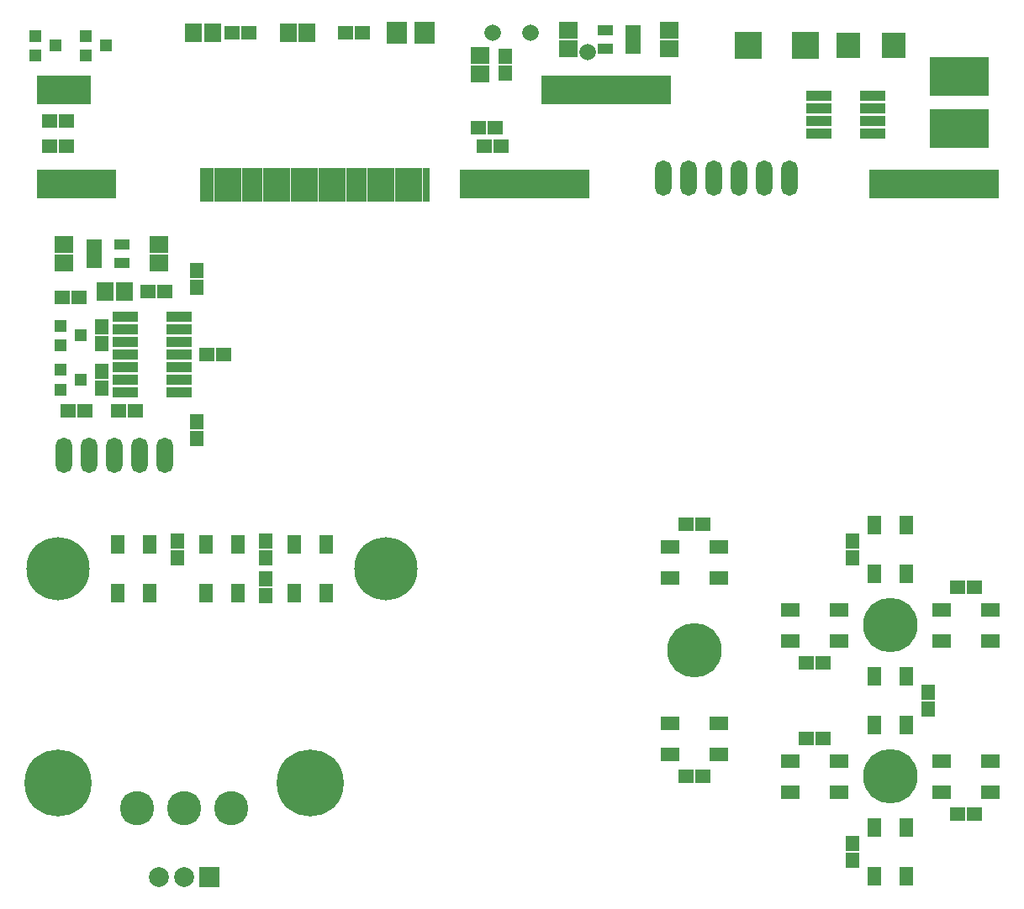
<source format=gts>
G04 #@! TF.GenerationSoftware,KiCad,Pcbnew,5.0.0-fee4fd1~65~ubuntu17.10.1*
G04 #@! TF.CreationDate,2018-10-29T15:09:50-04:00*
G04 #@! TF.ProjectId,panel,70616E656C2E6B696361645F70636200,A*
G04 #@! TF.SameCoordinates,Original*
G04 #@! TF.FileFunction,Soldermask,Top*
G04 #@! TF.FilePolarity,Negative*
%FSLAX46Y46*%
G04 Gerber Fmt 4.6, Leading zero omitted, Abs format (unit mm)*
G04 Created by KiCad (PCBNEW 5.0.0-fee4fd1~65~ubuntu17.10.1) date Mon Oct 29 15:09:50 2018*
%MOMM*%
%LPD*%
G01*
G04 APERTURE LIST*
%ADD10R,1.600000X1.050000*%
%ADD11R,1.400000X1.500000*%
%ADD12R,1.700000X1.900000*%
%ADD13R,1.500000X1.400000*%
%ADD14R,1.900000X1.700000*%
%ADD15O,1.670000X3.575000*%
%ADD16R,2.600000X1.000000*%
%ADD17R,1.300000X1.200000*%
%ADD18C,6.750000*%
%ADD19R,2.000000X2.000000*%
%ADD20C,2.000000*%
%ADD21C,3.448000*%
%ADD22R,1.900000X1.400000*%
%ADD23R,1.400000X1.900000*%
%ADD24C,5.480000*%
%ADD25C,1.670000*%
%ADD26R,13.100000X2.940000*%
%ADD27R,0.800000X3.400000*%
%ADD28R,8.020000X2.940000*%
%ADD29R,5.900000X3.900000*%
%ADD30R,2.000000X2.200000*%
%ADD31R,2.800000X2.800000*%
%ADD32R,2.432000X2.584400*%
%ADD33R,5.480000X2.940000*%
%ADD34C,6.369000*%
G04 APERTURE END LIST*
D10*
G04 #@! TO.C,U2*
X92580000Y-82870000D03*
X92580000Y-83820000D03*
X92580000Y-84770000D03*
X95380000Y-84770000D03*
X95380000Y-82870000D03*
G04 #@! TD*
D11*
G04 #@! TO.C,R7*
X93345000Y-92925000D03*
X93345000Y-91225000D03*
G04 #@! TD*
D12*
G04 #@! TO.C,C1*
X95565000Y-87630000D03*
X93665000Y-87630000D03*
G04 #@! TD*
D13*
G04 #@! TO.C,C2*
X97995000Y-87630000D03*
X99695000Y-87630000D03*
G04 #@! TD*
D14*
G04 #@! TO.C,C3*
X89535000Y-84770000D03*
X89535000Y-82870000D03*
G04 #@! TD*
G04 #@! TO.C,C4*
X99060000Y-84770000D03*
X99060000Y-82870000D03*
G04 #@! TD*
D15*
G04 #@! TO.C,J1*
X89535000Y-104140000D03*
X92075000Y-104140000D03*
X94615000Y-104140000D03*
X99695000Y-104140000D03*
X97155000Y-104140000D03*
G04 #@! TD*
D13*
G04 #@! TO.C,R1*
X89320000Y-88265000D03*
X91020000Y-88265000D03*
G04 #@! TD*
G04 #@! TO.C,R2*
X95035000Y-99695000D03*
X96735000Y-99695000D03*
G04 #@! TD*
G04 #@! TO.C,R3*
X89955000Y-99695000D03*
X91655000Y-99695000D03*
G04 #@! TD*
G04 #@! TO.C,R4*
X103925000Y-93980000D03*
X105625000Y-93980000D03*
G04 #@! TD*
D11*
G04 #@! TO.C,R5*
X102870000Y-100750000D03*
X102870000Y-102450000D03*
G04 #@! TD*
G04 #@! TO.C,R6*
X102870000Y-87210000D03*
X102870000Y-85510000D03*
G04 #@! TD*
G04 #@! TO.C,R8*
X93345000Y-97370000D03*
X93345000Y-95670000D03*
G04 #@! TD*
D16*
G04 #@! TO.C,U1*
X95725000Y-91440000D03*
X101125000Y-91440000D03*
X95725000Y-90170000D03*
X95725000Y-92710000D03*
X95725000Y-93980000D03*
X101125000Y-90170000D03*
X101125000Y-92710000D03*
X101125000Y-93980000D03*
X95725000Y-95250000D03*
X95725000Y-96520000D03*
X95725000Y-97790000D03*
X101125000Y-95250000D03*
X101125000Y-96520000D03*
X101125000Y-97790000D03*
G04 #@! TD*
D17*
G04 #@! TO.C,Q1*
X89170000Y-91075000D03*
X89170000Y-93075000D03*
X91170000Y-92075000D03*
G04 #@! TD*
G04 #@! TO.C,Q2*
X89170000Y-95520000D03*
X89170000Y-97520000D03*
X91170000Y-96520000D03*
G04 #@! TD*
D18*
G04 #@! TO.C,H1*
X114300000Y-137160000D03*
G04 #@! TD*
G04 #@! TO.C,H2*
X88900000Y-137160000D03*
G04 #@! TD*
D19*
G04 #@! TO.C,J1*
X104140000Y-146685000D03*
D20*
X101600000Y-146685000D03*
X99060000Y-146685000D03*
G04 #@! TD*
D21*
G04 #@! TO.C,SW1*
X106349800Y-139700000D03*
X101600000Y-139700000D03*
X96850200Y-139700000D03*
G04 #@! TD*
D22*
G04 #@! TO.C,U3*
X182790000Y-134925000D03*
X177890000Y-134925000D03*
X177890000Y-138125000D03*
X182790000Y-138125000D03*
G04 #@! TD*
D23*
G04 #@! TO.C,U4*
X174320000Y-146595000D03*
X174320000Y-141695000D03*
X171120000Y-141695000D03*
X171120000Y-146595000D03*
G04 #@! TD*
D22*
G04 #@! TO.C,U5*
X162650000Y-138125000D03*
X167550000Y-138125000D03*
X167550000Y-134925000D03*
X162650000Y-134925000D03*
G04 #@! TD*
D24*
G04 #@! TO.C,H2*
X172720000Y-136525000D03*
G04 #@! TD*
D23*
G04 #@! TO.C,U7*
X171120000Y-126455000D03*
X171120000Y-131355000D03*
X174320000Y-131355000D03*
X174320000Y-126455000D03*
G04 #@! TD*
G04 #@! TO.C,U1*
X174320000Y-116115000D03*
X174320000Y-111215000D03*
X171120000Y-111215000D03*
X171120000Y-116115000D03*
G04 #@! TD*
D24*
G04 #@! TO.C,H1*
X172720000Y-121285000D03*
G04 #@! TD*
D22*
G04 #@! TO.C,U2*
X177890000Y-122885000D03*
X182790000Y-122885000D03*
X182790000Y-119685000D03*
X177890000Y-119685000D03*
G04 #@! TD*
G04 #@! TO.C,U6*
X167550000Y-119685000D03*
X162650000Y-119685000D03*
X162650000Y-122885000D03*
X167550000Y-122885000D03*
G04 #@! TD*
D11*
G04 #@! TO.C,C1*
X168910000Y-114515000D03*
X168910000Y-112815000D03*
G04 #@! TD*
D13*
G04 #@! TO.C,C2*
X179490000Y-117475000D03*
X181190000Y-117475000D03*
G04 #@! TD*
G04 #@! TO.C,C3*
X181190000Y-140335000D03*
X179490000Y-140335000D03*
G04 #@! TD*
D11*
G04 #@! TO.C,C4*
X168910000Y-144995000D03*
X168910000Y-143295000D03*
G04 #@! TD*
D13*
G04 #@! TO.C,C5*
X164250000Y-132715000D03*
X165950000Y-132715000D03*
G04 #@! TD*
G04 #@! TO.C,C6*
X165950000Y-125095000D03*
X164250000Y-125095000D03*
G04 #@! TD*
D11*
G04 #@! TO.C,C7*
X176530000Y-128055000D03*
X176530000Y-129755000D03*
G04 #@! TD*
D25*
G04 #@! TO.C,TP2*
X132715000Y-61595000D03*
G04 #@! TD*
G04 #@! TO.C,TP3*
X142240000Y-63500000D03*
G04 #@! TD*
G04 #@! TO.C,TP1*
X136525000Y-61595000D03*
G04 #@! TD*
D26*
G04 #@! TO.C,H3*
X144145000Y-67310000D03*
G04 #@! TD*
D27*
G04 #@! TO.C,U1*
X114070000Y-76877600D03*
X113370000Y-76877600D03*
X112670000Y-76877600D03*
X111970000Y-76877600D03*
X111270000Y-76877600D03*
X110570000Y-76877600D03*
X109870000Y-76877600D03*
X109170000Y-76877600D03*
X108470000Y-76877600D03*
X107770000Y-76877600D03*
X107070000Y-76877600D03*
X106370000Y-76877600D03*
X105670000Y-76877600D03*
X104970000Y-76877600D03*
X104270000Y-76877600D03*
X123870000Y-76877600D03*
X123170000Y-76877600D03*
X122470000Y-76877600D03*
X121770000Y-76877600D03*
X121070000Y-76877600D03*
X120370000Y-76877600D03*
X119670000Y-76877600D03*
X118970000Y-76877600D03*
X118270000Y-76877600D03*
X117570000Y-76877600D03*
X116870000Y-76877600D03*
X116170000Y-76877600D03*
X115470000Y-76877600D03*
X114770000Y-76877600D03*
X124570000Y-76877600D03*
X125270000Y-76877600D03*
X125970000Y-76877600D03*
X103570000Y-76877600D03*
G04 #@! TD*
D26*
G04 #@! TO.C,H1*
X177165000Y-76835000D03*
G04 #@! TD*
G04 #@! TO.C,H2*
X135890000Y-76835000D03*
G04 #@! TD*
D28*
G04 #@! TO.C,H4*
X90805000Y-76835000D03*
G04 #@! TD*
D15*
G04 #@! TO.C,J1*
X149860000Y-76200000D03*
X152400000Y-76200000D03*
X154940000Y-76200000D03*
X157480000Y-76200000D03*
X160020000Y-76200000D03*
X162560000Y-76200000D03*
G04 #@! TD*
D16*
G04 #@! TO.C,U2*
X165575000Y-67945000D03*
X165575000Y-69215000D03*
X165575000Y-71755000D03*
X170975000Y-67945000D03*
X170975000Y-69215000D03*
X170975000Y-71755000D03*
X165575000Y-70485000D03*
X170975000Y-70485000D03*
G04 #@! TD*
D17*
G04 #@! TO.C,Q2*
X88630000Y-62865000D03*
X86630000Y-63865000D03*
X86630000Y-61865000D03*
G04 #@! TD*
D29*
G04 #@! TO.C,L1*
X179705000Y-65980000D03*
X179705000Y-71180000D03*
G04 #@! TD*
D14*
G04 #@! TO.C,C9*
X150495000Y-63180000D03*
X150495000Y-61280000D03*
G04 #@! TD*
G04 #@! TO.C,C10*
X140335000Y-61280000D03*
X140335000Y-63180000D03*
G04 #@! TD*
D17*
G04 #@! TO.C,Q1*
X91710000Y-61865000D03*
X91710000Y-63865000D03*
X93710000Y-62865000D03*
G04 #@! TD*
D10*
G04 #@! TO.C,U4*
X146815000Y-63180000D03*
X146815000Y-62230000D03*
X146815000Y-61280000D03*
X144015000Y-61280000D03*
X144015000Y-63180000D03*
G04 #@! TD*
D12*
G04 #@! TO.C,C1*
X104455000Y-61595000D03*
X102555000Y-61595000D03*
G04 #@! TD*
D30*
G04 #@! TO.C,C2*
X123060000Y-61595000D03*
X125860000Y-61595000D03*
G04 #@! TD*
D13*
G04 #@! TO.C,C3*
X106465000Y-61595000D03*
X108165000Y-61595000D03*
G04 #@! TD*
D14*
G04 #@! TO.C,C4*
X131445000Y-65720000D03*
X131445000Y-63820000D03*
G04 #@! TD*
D12*
G04 #@! TO.C,C5*
X112080000Y-61595000D03*
X113980000Y-61595000D03*
G04 #@! TD*
D11*
G04 #@! TO.C,C6*
X133985000Y-63920000D03*
X133985000Y-65620000D03*
G04 #@! TD*
D31*
G04 #@! TO.C,C7*
X164190000Y-62865000D03*
X158390000Y-62865000D03*
G04 #@! TD*
D32*
G04 #@! TO.C,D1*
X173101000Y-62865000D03*
X168529000Y-62865000D03*
G04 #@! TD*
D13*
G04 #@! TO.C,R1*
X117895000Y-61595000D03*
X119595000Y-61595000D03*
G04 #@! TD*
G04 #@! TO.C,R4*
X89750000Y-73025000D03*
X88050000Y-73025000D03*
G04 #@! TD*
G04 #@! TO.C,R5*
X89750000Y-70485000D03*
X88050000Y-70485000D03*
G04 #@! TD*
G04 #@! TO.C,R3*
X133565000Y-73025000D03*
X131865000Y-73025000D03*
G04 #@! TD*
G04 #@! TO.C,R2*
X132930000Y-71120000D03*
X131230000Y-71120000D03*
G04 #@! TD*
D33*
G04 #@! TO.C,H5*
X89535000Y-67310000D03*
G04 #@! TD*
D23*
G04 #@! TO.C,U1*
X94920000Y-113120000D03*
X94920000Y-118020000D03*
X98120000Y-118020000D03*
X98120000Y-113120000D03*
G04 #@! TD*
G04 #@! TO.C,U2*
X103810000Y-113120000D03*
X103810000Y-118020000D03*
X107010000Y-118020000D03*
X107010000Y-113120000D03*
G04 #@! TD*
G04 #@! TO.C,U3*
X115900000Y-118020000D03*
X115900000Y-113120000D03*
X112700000Y-113120000D03*
X112700000Y-118020000D03*
G04 #@! TD*
D34*
G04 #@! TO.C,H1*
X121920000Y-115570000D03*
G04 #@! TD*
G04 #@! TO.C,H2*
X88900000Y-115570000D03*
G04 #@! TD*
D11*
G04 #@! TO.C,C1*
X100965000Y-114515000D03*
X100965000Y-112815000D03*
G04 #@! TD*
G04 #@! TO.C,C2*
X109855000Y-112815000D03*
X109855000Y-114515000D03*
G04 #@! TD*
G04 #@! TO.C,C3*
X109855000Y-118325000D03*
X109855000Y-116625000D03*
G04 #@! TD*
D22*
G04 #@! TO.C,U1*
X155485000Y-113335000D03*
X150585000Y-113335000D03*
X150585000Y-116535000D03*
X155485000Y-116535000D03*
G04 #@! TD*
D13*
G04 #@! TO.C,C1*
X153885000Y-111125000D03*
X152185000Y-111125000D03*
G04 #@! TD*
G04 #@! TO.C,C2*
X153885000Y-136525000D03*
X152185000Y-136525000D03*
G04 #@! TD*
D24*
G04 #@! TO.C,H1*
X153035000Y-123825000D03*
G04 #@! TD*
D22*
G04 #@! TO.C,U2*
X155485000Y-131115000D03*
X150585000Y-131115000D03*
X150585000Y-134315000D03*
X155485000Y-134315000D03*
G04 #@! TD*
M02*

</source>
